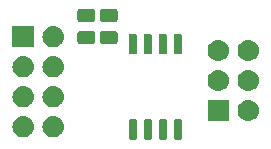
<source format=gts>
G04 #@! TF.GenerationSoftware,KiCad,Pcbnew,(5.1.4)-1*
G04 #@! TF.CreationDate,2019-11-10T12:02:18+06:00*
G04 #@! TF.ProjectId,kicad_spi_nor_opi,6b696361-645f-4737-9069-5f6e6f725f6f,rev?*
G04 #@! TF.SameCoordinates,Original*
G04 #@! TF.FileFunction,Soldermask,Top*
G04 #@! TF.FilePolarity,Negative*
%FSLAX46Y46*%
G04 Gerber Fmt 4.6, Leading zero omitted, Abs format (unit mm)*
G04 Created by KiCad (PCBNEW (5.1.4)-1) date 2019-11-10 12:02:18*
%MOMM*%
%LPD*%
G04 APERTURE LIST*
%ADD10C,1.000000*%
G04 APERTURE END LIST*
D10*
G36*
X93350928Y-115063764D02*
G01*
X93372009Y-115070160D01*
X93391445Y-115080548D01*
X93408476Y-115094524D01*
X93422452Y-115111555D01*
X93432840Y-115130991D01*
X93439236Y-115152072D01*
X93442000Y-115180140D01*
X93442000Y-116643860D01*
X93439236Y-116671928D01*
X93432840Y-116693009D01*
X93422452Y-116712445D01*
X93408476Y-116729476D01*
X93391445Y-116743452D01*
X93372009Y-116753840D01*
X93350928Y-116760236D01*
X93322860Y-116763000D01*
X92859140Y-116763000D01*
X92831072Y-116760236D01*
X92809991Y-116753840D01*
X92790555Y-116743452D01*
X92773524Y-116729476D01*
X92759548Y-116712445D01*
X92749160Y-116693009D01*
X92742764Y-116671928D01*
X92740000Y-116643860D01*
X92740000Y-115180140D01*
X92742764Y-115152072D01*
X92749160Y-115130991D01*
X92759548Y-115111555D01*
X92773524Y-115094524D01*
X92790555Y-115080548D01*
X92809991Y-115070160D01*
X92831072Y-115063764D01*
X92859140Y-115061000D01*
X93322860Y-115061000D01*
X93350928Y-115063764D01*
X93350928Y-115063764D01*
G37*
G36*
X90810928Y-115063764D02*
G01*
X90832009Y-115070160D01*
X90851445Y-115080548D01*
X90868476Y-115094524D01*
X90882452Y-115111555D01*
X90892840Y-115130991D01*
X90899236Y-115152072D01*
X90902000Y-115180140D01*
X90902000Y-116643860D01*
X90899236Y-116671928D01*
X90892840Y-116693009D01*
X90882452Y-116712445D01*
X90868476Y-116729476D01*
X90851445Y-116743452D01*
X90832009Y-116753840D01*
X90810928Y-116760236D01*
X90782860Y-116763000D01*
X90319140Y-116763000D01*
X90291072Y-116760236D01*
X90269991Y-116753840D01*
X90250555Y-116743452D01*
X90233524Y-116729476D01*
X90219548Y-116712445D01*
X90209160Y-116693009D01*
X90202764Y-116671928D01*
X90200000Y-116643860D01*
X90200000Y-115180140D01*
X90202764Y-115152072D01*
X90209160Y-115130991D01*
X90219548Y-115111555D01*
X90233524Y-115094524D01*
X90250555Y-115080548D01*
X90269991Y-115070160D01*
X90291072Y-115063764D01*
X90319140Y-115061000D01*
X90782860Y-115061000D01*
X90810928Y-115063764D01*
X90810928Y-115063764D01*
G37*
G36*
X89540928Y-115063764D02*
G01*
X89562009Y-115070160D01*
X89581445Y-115080548D01*
X89598476Y-115094524D01*
X89612452Y-115111555D01*
X89622840Y-115130991D01*
X89629236Y-115152072D01*
X89632000Y-115180140D01*
X89632000Y-116643860D01*
X89629236Y-116671928D01*
X89622840Y-116693009D01*
X89612452Y-116712445D01*
X89598476Y-116729476D01*
X89581445Y-116743452D01*
X89562009Y-116753840D01*
X89540928Y-116760236D01*
X89512860Y-116763000D01*
X89049140Y-116763000D01*
X89021072Y-116760236D01*
X88999991Y-116753840D01*
X88980555Y-116743452D01*
X88963524Y-116729476D01*
X88949548Y-116712445D01*
X88939160Y-116693009D01*
X88932764Y-116671928D01*
X88930000Y-116643860D01*
X88930000Y-115180140D01*
X88932764Y-115152072D01*
X88939160Y-115130991D01*
X88949548Y-115111555D01*
X88963524Y-115094524D01*
X88980555Y-115080548D01*
X88999991Y-115070160D01*
X89021072Y-115063764D01*
X89049140Y-115061000D01*
X89512860Y-115061000D01*
X89540928Y-115063764D01*
X89540928Y-115063764D01*
G37*
G36*
X92080928Y-115063764D02*
G01*
X92102009Y-115070160D01*
X92121445Y-115080548D01*
X92138476Y-115094524D01*
X92152452Y-115111555D01*
X92162840Y-115130991D01*
X92169236Y-115152072D01*
X92172000Y-115180140D01*
X92172000Y-116643860D01*
X92169236Y-116671928D01*
X92162840Y-116693009D01*
X92152452Y-116712445D01*
X92138476Y-116729476D01*
X92121445Y-116743452D01*
X92102009Y-116753840D01*
X92080928Y-116760236D01*
X92052860Y-116763000D01*
X91589140Y-116763000D01*
X91561072Y-116760236D01*
X91539991Y-116753840D01*
X91520555Y-116743452D01*
X91503524Y-116729476D01*
X91489548Y-116712445D01*
X91479160Y-116693009D01*
X91472764Y-116671928D01*
X91470000Y-116643860D01*
X91470000Y-115180140D01*
X91472764Y-115152072D01*
X91479160Y-115130991D01*
X91489548Y-115111555D01*
X91503524Y-115094524D01*
X91520555Y-115080548D01*
X91539991Y-115070160D01*
X91561072Y-115063764D01*
X91589140Y-115061000D01*
X92052860Y-115061000D01*
X92080928Y-115063764D01*
X92080928Y-115063764D01*
G37*
G36*
X82645203Y-114782199D02*
G01*
X82711387Y-114788717D01*
X82881226Y-114840237D01*
X83037751Y-114923902D01*
X83057593Y-114940186D01*
X83174946Y-115036494D01*
X83256970Y-115136442D01*
X83287538Y-115173689D01*
X83371203Y-115330214D01*
X83422723Y-115500053D01*
X83440119Y-115676680D01*
X83422723Y-115853307D01*
X83371203Y-116023146D01*
X83287538Y-116179671D01*
X83258208Y-116215409D01*
X83174946Y-116316866D01*
X83073489Y-116400128D01*
X83037751Y-116429458D01*
X82881226Y-116513123D01*
X82711387Y-116564643D01*
X82645202Y-116571162D01*
X82579020Y-116577680D01*
X82490500Y-116577680D01*
X82424318Y-116571162D01*
X82358133Y-116564643D01*
X82188294Y-116513123D01*
X82031769Y-116429458D01*
X81996031Y-116400128D01*
X81894574Y-116316866D01*
X81811312Y-116215409D01*
X81781982Y-116179671D01*
X81698317Y-116023146D01*
X81646797Y-115853307D01*
X81629401Y-115676680D01*
X81646797Y-115500053D01*
X81698317Y-115330214D01*
X81781982Y-115173689D01*
X81812550Y-115136442D01*
X81894574Y-115036494D01*
X82011927Y-114940186D01*
X82031769Y-114923902D01*
X82188294Y-114840237D01*
X82358133Y-114788717D01*
X82424317Y-114782199D01*
X82490500Y-114775680D01*
X82579020Y-114775680D01*
X82645203Y-114782199D01*
X82645203Y-114782199D01*
G37*
G36*
X80105203Y-114782199D02*
G01*
X80171387Y-114788717D01*
X80341226Y-114840237D01*
X80497751Y-114923902D01*
X80517593Y-114940186D01*
X80634946Y-115036494D01*
X80716970Y-115136442D01*
X80747538Y-115173689D01*
X80831203Y-115330214D01*
X80882723Y-115500053D01*
X80900119Y-115676680D01*
X80882723Y-115853307D01*
X80831203Y-116023146D01*
X80747538Y-116179671D01*
X80718208Y-116215409D01*
X80634946Y-116316866D01*
X80533489Y-116400128D01*
X80497751Y-116429458D01*
X80341226Y-116513123D01*
X80171387Y-116564643D01*
X80105202Y-116571162D01*
X80039020Y-116577680D01*
X79950500Y-116577680D01*
X79884318Y-116571162D01*
X79818133Y-116564643D01*
X79648294Y-116513123D01*
X79491769Y-116429458D01*
X79456031Y-116400128D01*
X79354574Y-116316866D01*
X79271312Y-116215409D01*
X79241982Y-116179671D01*
X79158317Y-116023146D01*
X79106797Y-115853307D01*
X79089401Y-115676680D01*
X79106797Y-115500053D01*
X79158317Y-115330214D01*
X79241982Y-115173689D01*
X79272550Y-115136442D01*
X79354574Y-115036494D01*
X79471927Y-114940186D01*
X79491769Y-114923902D01*
X79648294Y-114840237D01*
X79818133Y-114788717D01*
X79884317Y-114782199D01*
X79950500Y-114775680D01*
X80039020Y-114775680D01*
X80105203Y-114782199D01*
X80105203Y-114782199D01*
G37*
G36*
X97421000Y-115201000D02*
G01*
X95619000Y-115201000D01*
X95619000Y-113399000D01*
X97421000Y-113399000D01*
X97421000Y-115201000D01*
X97421000Y-115201000D01*
G37*
G36*
X99170443Y-113405519D02*
G01*
X99236627Y-113412037D01*
X99406466Y-113463557D01*
X99562991Y-113547222D01*
X99598729Y-113576552D01*
X99700186Y-113659814D01*
X99783448Y-113761271D01*
X99812778Y-113797009D01*
X99896443Y-113953534D01*
X99947963Y-114123373D01*
X99965359Y-114300000D01*
X99947963Y-114476627D01*
X99896443Y-114646466D01*
X99812778Y-114802991D01*
X99783448Y-114838729D01*
X99700186Y-114940186D01*
X99598729Y-115023448D01*
X99562991Y-115052778D01*
X99406466Y-115136443D01*
X99236627Y-115187963D01*
X99170442Y-115194482D01*
X99104260Y-115201000D01*
X99015740Y-115201000D01*
X98949558Y-115194482D01*
X98883373Y-115187963D01*
X98713534Y-115136443D01*
X98557009Y-115052778D01*
X98521271Y-115023448D01*
X98419814Y-114940186D01*
X98336552Y-114838729D01*
X98307222Y-114802991D01*
X98223557Y-114646466D01*
X98172037Y-114476627D01*
X98154641Y-114300000D01*
X98172037Y-114123373D01*
X98223557Y-113953534D01*
X98307222Y-113797009D01*
X98336552Y-113761271D01*
X98419814Y-113659814D01*
X98521271Y-113576552D01*
X98557009Y-113547222D01*
X98713534Y-113463557D01*
X98883373Y-113412037D01*
X98949557Y-113405519D01*
X99015740Y-113399000D01*
X99104260Y-113399000D01*
X99170443Y-113405519D01*
X99170443Y-113405519D01*
G37*
G36*
X80105203Y-112242199D02*
G01*
X80171387Y-112248717D01*
X80341226Y-112300237D01*
X80497751Y-112383902D01*
X80517593Y-112400186D01*
X80634946Y-112496494D01*
X80716970Y-112596442D01*
X80747538Y-112633689D01*
X80831203Y-112790214D01*
X80882723Y-112960053D01*
X80900119Y-113136680D01*
X80882723Y-113313307D01*
X80831203Y-113483146D01*
X80747538Y-113639671D01*
X80731007Y-113659814D01*
X80634946Y-113776866D01*
X80533489Y-113860128D01*
X80497751Y-113889458D01*
X80341226Y-113973123D01*
X80171387Y-114024643D01*
X80105202Y-114031162D01*
X80039020Y-114037680D01*
X79950500Y-114037680D01*
X79884318Y-114031162D01*
X79818133Y-114024643D01*
X79648294Y-113973123D01*
X79491769Y-113889458D01*
X79456031Y-113860128D01*
X79354574Y-113776866D01*
X79258513Y-113659814D01*
X79241982Y-113639671D01*
X79158317Y-113483146D01*
X79106797Y-113313307D01*
X79089401Y-113136680D01*
X79106797Y-112960053D01*
X79158317Y-112790214D01*
X79241982Y-112633689D01*
X79272550Y-112596442D01*
X79354574Y-112496494D01*
X79471927Y-112400186D01*
X79491769Y-112383902D01*
X79648294Y-112300237D01*
X79818133Y-112248717D01*
X79884317Y-112242199D01*
X79950500Y-112235680D01*
X80039020Y-112235680D01*
X80105203Y-112242199D01*
X80105203Y-112242199D01*
G37*
G36*
X82645203Y-112242199D02*
G01*
X82711387Y-112248717D01*
X82881226Y-112300237D01*
X83037751Y-112383902D01*
X83057593Y-112400186D01*
X83174946Y-112496494D01*
X83256970Y-112596442D01*
X83287538Y-112633689D01*
X83371203Y-112790214D01*
X83422723Y-112960053D01*
X83440119Y-113136680D01*
X83422723Y-113313307D01*
X83371203Y-113483146D01*
X83287538Y-113639671D01*
X83271007Y-113659814D01*
X83174946Y-113776866D01*
X83073489Y-113860128D01*
X83037751Y-113889458D01*
X82881226Y-113973123D01*
X82711387Y-114024643D01*
X82645202Y-114031162D01*
X82579020Y-114037680D01*
X82490500Y-114037680D01*
X82424318Y-114031162D01*
X82358133Y-114024643D01*
X82188294Y-113973123D01*
X82031769Y-113889458D01*
X81996031Y-113860128D01*
X81894574Y-113776866D01*
X81798513Y-113659814D01*
X81781982Y-113639671D01*
X81698317Y-113483146D01*
X81646797Y-113313307D01*
X81629401Y-113136680D01*
X81646797Y-112960053D01*
X81698317Y-112790214D01*
X81781982Y-112633689D01*
X81812550Y-112596442D01*
X81894574Y-112496494D01*
X82011927Y-112400186D01*
X82031769Y-112383902D01*
X82188294Y-112300237D01*
X82358133Y-112248717D01*
X82424317Y-112242199D01*
X82490500Y-112235680D01*
X82579020Y-112235680D01*
X82645203Y-112242199D01*
X82645203Y-112242199D01*
G37*
G36*
X96630442Y-110865518D02*
G01*
X96696627Y-110872037D01*
X96866466Y-110923557D01*
X97022991Y-111007222D01*
X97058729Y-111036552D01*
X97160186Y-111119814D01*
X97243448Y-111221271D01*
X97272778Y-111257009D01*
X97356443Y-111413534D01*
X97407963Y-111583373D01*
X97425359Y-111760000D01*
X97407963Y-111936627D01*
X97356443Y-112106466D01*
X97272778Y-112262991D01*
X97243448Y-112298729D01*
X97160186Y-112400186D01*
X97058729Y-112483448D01*
X97022991Y-112512778D01*
X96866466Y-112596443D01*
X96696627Y-112647963D01*
X96630442Y-112654482D01*
X96564260Y-112661000D01*
X96475740Y-112661000D01*
X96409558Y-112654482D01*
X96343373Y-112647963D01*
X96173534Y-112596443D01*
X96017009Y-112512778D01*
X95981271Y-112483448D01*
X95879814Y-112400186D01*
X95796552Y-112298729D01*
X95767222Y-112262991D01*
X95683557Y-112106466D01*
X95632037Y-111936627D01*
X95614641Y-111760000D01*
X95632037Y-111583373D01*
X95683557Y-111413534D01*
X95767222Y-111257009D01*
X95796552Y-111221271D01*
X95879814Y-111119814D01*
X95981271Y-111036552D01*
X96017009Y-111007222D01*
X96173534Y-110923557D01*
X96343373Y-110872037D01*
X96409558Y-110865518D01*
X96475740Y-110859000D01*
X96564260Y-110859000D01*
X96630442Y-110865518D01*
X96630442Y-110865518D01*
G37*
G36*
X99170442Y-110865518D02*
G01*
X99236627Y-110872037D01*
X99406466Y-110923557D01*
X99562991Y-111007222D01*
X99598729Y-111036552D01*
X99700186Y-111119814D01*
X99783448Y-111221271D01*
X99812778Y-111257009D01*
X99896443Y-111413534D01*
X99947963Y-111583373D01*
X99965359Y-111760000D01*
X99947963Y-111936627D01*
X99896443Y-112106466D01*
X99812778Y-112262991D01*
X99783448Y-112298729D01*
X99700186Y-112400186D01*
X99598729Y-112483448D01*
X99562991Y-112512778D01*
X99406466Y-112596443D01*
X99236627Y-112647963D01*
X99170442Y-112654482D01*
X99104260Y-112661000D01*
X99015740Y-112661000D01*
X98949558Y-112654482D01*
X98883373Y-112647963D01*
X98713534Y-112596443D01*
X98557009Y-112512778D01*
X98521271Y-112483448D01*
X98419814Y-112400186D01*
X98336552Y-112298729D01*
X98307222Y-112262991D01*
X98223557Y-112106466D01*
X98172037Y-111936627D01*
X98154641Y-111760000D01*
X98172037Y-111583373D01*
X98223557Y-111413534D01*
X98307222Y-111257009D01*
X98336552Y-111221271D01*
X98419814Y-111119814D01*
X98521271Y-111036552D01*
X98557009Y-111007222D01*
X98713534Y-110923557D01*
X98883373Y-110872037D01*
X98949558Y-110865518D01*
X99015740Y-110859000D01*
X99104260Y-110859000D01*
X99170442Y-110865518D01*
X99170442Y-110865518D01*
G37*
G36*
X82645202Y-109702198D02*
G01*
X82711387Y-109708717D01*
X82881226Y-109760237D01*
X83037751Y-109843902D01*
X83057593Y-109860186D01*
X83174946Y-109956494D01*
X83256970Y-110056442D01*
X83287538Y-110093689D01*
X83371203Y-110250214D01*
X83422723Y-110420053D01*
X83440119Y-110596680D01*
X83422723Y-110773307D01*
X83371203Y-110943146D01*
X83287538Y-111099671D01*
X83271007Y-111119814D01*
X83174946Y-111236866D01*
X83073489Y-111320128D01*
X83037751Y-111349458D01*
X82881226Y-111433123D01*
X82711387Y-111484643D01*
X82645203Y-111491161D01*
X82579020Y-111497680D01*
X82490500Y-111497680D01*
X82424317Y-111491161D01*
X82358133Y-111484643D01*
X82188294Y-111433123D01*
X82031769Y-111349458D01*
X81996031Y-111320128D01*
X81894574Y-111236866D01*
X81798513Y-111119814D01*
X81781982Y-111099671D01*
X81698317Y-110943146D01*
X81646797Y-110773307D01*
X81629401Y-110596680D01*
X81646797Y-110420053D01*
X81698317Y-110250214D01*
X81781982Y-110093689D01*
X81812550Y-110056442D01*
X81894574Y-109956494D01*
X82011927Y-109860186D01*
X82031769Y-109843902D01*
X82188294Y-109760237D01*
X82358133Y-109708717D01*
X82424318Y-109702198D01*
X82490500Y-109695680D01*
X82579020Y-109695680D01*
X82645202Y-109702198D01*
X82645202Y-109702198D01*
G37*
G36*
X80105202Y-109702198D02*
G01*
X80171387Y-109708717D01*
X80341226Y-109760237D01*
X80497751Y-109843902D01*
X80517593Y-109860186D01*
X80634946Y-109956494D01*
X80716970Y-110056442D01*
X80747538Y-110093689D01*
X80831203Y-110250214D01*
X80882723Y-110420053D01*
X80900119Y-110596680D01*
X80882723Y-110773307D01*
X80831203Y-110943146D01*
X80747538Y-111099671D01*
X80731007Y-111119814D01*
X80634946Y-111236866D01*
X80533489Y-111320128D01*
X80497751Y-111349458D01*
X80341226Y-111433123D01*
X80171387Y-111484643D01*
X80105203Y-111491161D01*
X80039020Y-111497680D01*
X79950500Y-111497680D01*
X79884317Y-111491161D01*
X79818133Y-111484643D01*
X79648294Y-111433123D01*
X79491769Y-111349458D01*
X79456031Y-111320128D01*
X79354574Y-111236866D01*
X79258513Y-111119814D01*
X79241982Y-111099671D01*
X79158317Y-110943146D01*
X79106797Y-110773307D01*
X79089401Y-110596680D01*
X79106797Y-110420053D01*
X79158317Y-110250214D01*
X79241982Y-110093689D01*
X79272550Y-110056442D01*
X79354574Y-109956494D01*
X79471927Y-109860186D01*
X79491769Y-109843902D01*
X79648294Y-109760237D01*
X79818133Y-109708717D01*
X79884318Y-109702198D01*
X79950500Y-109695680D01*
X80039020Y-109695680D01*
X80105202Y-109702198D01*
X80105202Y-109702198D01*
G37*
G36*
X99170443Y-108325519D02*
G01*
X99236627Y-108332037D01*
X99406466Y-108383557D01*
X99406468Y-108383558D01*
X99443114Y-108403146D01*
X99562991Y-108467222D01*
X99598729Y-108496552D01*
X99700186Y-108579814D01*
X99783448Y-108681271D01*
X99812778Y-108717009D01*
X99896443Y-108873534D01*
X99947963Y-109043373D01*
X99965359Y-109220000D01*
X99947963Y-109396627D01*
X99896443Y-109566466D01*
X99812778Y-109722991D01*
X99783448Y-109758729D01*
X99700186Y-109860186D01*
X99598729Y-109943448D01*
X99562991Y-109972778D01*
X99406466Y-110056443D01*
X99236627Y-110107963D01*
X99170443Y-110114481D01*
X99104260Y-110121000D01*
X99015740Y-110121000D01*
X98949557Y-110114481D01*
X98883373Y-110107963D01*
X98713534Y-110056443D01*
X98557009Y-109972778D01*
X98521271Y-109943448D01*
X98419814Y-109860186D01*
X98336552Y-109758729D01*
X98307222Y-109722991D01*
X98223557Y-109566466D01*
X98172037Y-109396627D01*
X98154641Y-109220000D01*
X98172037Y-109043373D01*
X98223557Y-108873534D01*
X98307222Y-108717009D01*
X98336552Y-108681271D01*
X98419814Y-108579814D01*
X98521271Y-108496552D01*
X98557009Y-108467222D01*
X98676886Y-108403146D01*
X98713532Y-108383558D01*
X98713534Y-108383557D01*
X98883373Y-108332037D01*
X98949557Y-108325519D01*
X99015740Y-108319000D01*
X99104260Y-108319000D01*
X99170443Y-108325519D01*
X99170443Y-108325519D01*
G37*
G36*
X96630443Y-108325519D02*
G01*
X96696627Y-108332037D01*
X96866466Y-108383557D01*
X96866468Y-108383558D01*
X96903114Y-108403146D01*
X97022991Y-108467222D01*
X97058729Y-108496552D01*
X97160186Y-108579814D01*
X97243448Y-108681271D01*
X97272778Y-108717009D01*
X97356443Y-108873534D01*
X97407963Y-109043373D01*
X97425359Y-109220000D01*
X97407963Y-109396627D01*
X97356443Y-109566466D01*
X97272778Y-109722991D01*
X97243448Y-109758729D01*
X97160186Y-109860186D01*
X97058729Y-109943448D01*
X97022991Y-109972778D01*
X96866466Y-110056443D01*
X96696627Y-110107963D01*
X96630443Y-110114481D01*
X96564260Y-110121000D01*
X96475740Y-110121000D01*
X96409557Y-110114481D01*
X96343373Y-110107963D01*
X96173534Y-110056443D01*
X96017009Y-109972778D01*
X95981271Y-109943448D01*
X95879814Y-109860186D01*
X95796552Y-109758729D01*
X95767222Y-109722991D01*
X95683557Y-109566466D01*
X95632037Y-109396627D01*
X95614641Y-109220000D01*
X95632037Y-109043373D01*
X95683557Y-108873534D01*
X95767222Y-108717009D01*
X95796552Y-108681271D01*
X95879814Y-108579814D01*
X95981271Y-108496552D01*
X96017009Y-108467222D01*
X96136886Y-108403146D01*
X96173532Y-108383558D01*
X96173534Y-108383557D01*
X96343373Y-108332037D01*
X96409557Y-108325519D01*
X96475740Y-108319000D01*
X96564260Y-108319000D01*
X96630443Y-108325519D01*
X96630443Y-108325519D01*
G37*
G36*
X93350928Y-107863764D02*
G01*
X93372009Y-107870160D01*
X93391445Y-107880548D01*
X93408476Y-107894524D01*
X93422452Y-107911555D01*
X93432840Y-107930991D01*
X93439236Y-107952072D01*
X93442000Y-107980140D01*
X93442000Y-109443860D01*
X93439236Y-109471928D01*
X93432840Y-109493009D01*
X93422452Y-109512445D01*
X93408476Y-109529476D01*
X93391445Y-109543452D01*
X93372009Y-109553840D01*
X93350928Y-109560236D01*
X93322860Y-109563000D01*
X92859140Y-109563000D01*
X92831072Y-109560236D01*
X92809991Y-109553840D01*
X92790555Y-109543452D01*
X92773524Y-109529476D01*
X92759548Y-109512445D01*
X92749160Y-109493009D01*
X92742764Y-109471928D01*
X92740000Y-109443860D01*
X92740000Y-107980140D01*
X92742764Y-107952072D01*
X92749160Y-107930991D01*
X92759548Y-107911555D01*
X92773524Y-107894524D01*
X92790555Y-107880548D01*
X92809991Y-107870160D01*
X92831072Y-107863764D01*
X92859140Y-107861000D01*
X93322860Y-107861000D01*
X93350928Y-107863764D01*
X93350928Y-107863764D01*
G37*
G36*
X92080928Y-107863764D02*
G01*
X92102009Y-107870160D01*
X92121445Y-107880548D01*
X92138476Y-107894524D01*
X92152452Y-107911555D01*
X92162840Y-107930991D01*
X92169236Y-107952072D01*
X92172000Y-107980140D01*
X92172000Y-109443860D01*
X92169236Y-109471928D01*
X92162840Y-109493009D01*
X92152452Y-109512445D01*
X92138476Y-109529476D01*
X92121445Y-109543452D01*
X92102009Y-109553840D01*
X92080928Y-109560236D01*
X92052860Y-109563000D01*
X91589140Y-109563000D01*
X91561072Y-109560236D01*
X91539991Y-109553840D01*
X91520555Y-109543452D01*
X91503524Y-109529476D01*
X91489548Y-109512445D01*
X91479160Y-109493009D01*
X91472764Y-109471928D01*
X91470000Y-109443860D01*
X91470000Y-107980140D01*
X91472764Y-107952072D01*
X91479160Y-107930991D01*
X91489548Y-107911555D01*
X91503524Y-107894524D01*
X91520555Y-107880548D01*
X91539991Y-107870160D01*
X91561072Y-107863764D01*
X91589140Y-107861000D01*
X92052860Y-107861000D01*
X92080928Y-107863764D01*
X92080928Y-107863764D01*
G37*
G36*
X90810928Y-107863764D02*
G01*
X90832009Y-107870160D01*
X90851445Y-107880548D01*
X90868476Y-107894524D01*
X90882452Y-107911555D01*
X90892840Y-107930991D01*
X90899236Y-107952072D01*
X90902000Y-107980140D01*
X90902000Y-109443860D01*
X90899236Y-109471928D01*
X90892840Y-109493009D01*
X90882452Y-109512445D01*
X90868476Y-109529476D01*
X90851445Y-109543452D01*
X90832009Y-109553840D01*
X90810928Y-109560236D01*
X90782860Y-109563000D01*
X90319140Y-109563000D01*
X90291072Y-109560236D01*
X90269991Y-109553840D01*
X90250555Y-109543452D01*
X90233524Y-109529476D01*
X90219548Y-109512445D01*
X90209160Y-109493009D01*
X90202764Y-109471928D01*
X90200000Y-109443860D01*
X90200000Y-107980140D01*
X90202764Y-107952072D01*
X90209160Y-107930991D01*
X90219548Y-107911555D01*
X90233524Y-107894524D01*
X90250555Y-107880548D01*
X90269991Y-107870160D01*
X90291072Y-107863764D01*
X90319140Y-107861000D01*
X90782860Y-107861000D01*
X90810928Y-107863764D01*
X90810928Y-107863764D01*
G37*
G36*
X89540928Y-107863764D02*
G01*
X89562009Y-107870160D01*
X89581445Y-107880548D01*
X89598476Y-107894524D01*
X89612452Y-107911555D01*
X89622840Y-107930991D01*
X89629236Y-107952072D01*
X89632000Y-107980140D01*
X89632000Y-109443860D01*
X89629236Y-109471928D01*
X89622840Y-109493009D01*
X89612452Y-109512445D01*
X89598476Y-109529476D01*
X89581445Y-109543452D01*
X89562009Y-109553840D01*
X89540928Y-109560236D01*
X89512860Y-109563000D01*
X89049140Y-109563000D01*
X89021072Y-109560236D01*
X88999991Y-109553840D01*
X88980555Y-109543452D01*
X88963524Y-109529476D01*
X88949548Y-109512445D01*
X88939160Y-109493009D01*
X88932764Y-109471928D01*
X88930000Y-109443860D01*
X88930000Y-107980140D01*
X88932764Y-107952072D01*
X88939160Y-107930991D01*
X88949548Y-107911555D01*
X88963524Y-107894524D01*
X88980555Y-107880548D01*
X88999991Y-107870160D01*
X89021072Y-107863764D01*
X89049140Y-107861000D01*
X89512860Y-107861000D01*
X89540928Y-107863764D01*
X89540928Y-107863764D01*
G37*
G36*
X80895760Y-108957680D02*
G01*
X79093760Y-108957680D01*
X79093760Y-107155680D01*
X80895760Y-107155680D01*
X80895760Y-108957680D01*
X80895760Y-108957680D01*
G37*
G36*
X82645203Y-107162199D02*
G01*
X82711387Y-107168717D01*
X82881226Y-107220237D01*
X83037751Y-107303902D01*
X83073489Y-107333232D01*
X83174946Y-107416494D01*
X83258208Y-107517951D01*
X83287538Y-107553689D01*
X83371203Y-107710214D01*
X83422723Y-107880053D01*
X83440119Y-108056680D01*
X83422723Y-108233307D01*
X83371203Y-108403146D01*
X83287538Y-108559671D01*
X83271007Y-108579814D01*
X83174946Y-108696866D01*
X83073489Y-108780128D01*
X83037751Y-108809458D01*
X82881226Y-108893123D01*
X82711387Y-108944643D01*
X82645203Y-108951161D01*
X82579020Y-108957680D01*
X82490500Y-108957680D01*
X82424317Y-108951161D01*
X82358133Y-108944643D01*
X82188294Y-108893123D01*
X82031769Y-108809458D01*
X81996031Y-108780128D01*
X81894574Y-108696866D01*
X81798513Y-108579814D01*
X81781982Y-108559671D01*
X81698317Y-108403146D01*
X81646797Y-108233307D01*
X81629401Y-108056680D01*
X81646797Y-107880053D01*
X81698317Y-107710214D01*
X81781982Y-107553689D01*
X81811312Y-107517951D01*
X81894574Y-107416494D01*
X81996031Y-107333232D01*
X82031769Y-107303902D01*
X82188294Y-107220237D01*
X82358133Y-107168717D01*
X82424317Y-107162199D01*
X82490500Y-107155680D01*
X82579020Y-107155680D01*
X82645203Y-107162199D01*
X82645203Y-107162199D01*
G37*
G36*
X87833468Y-107591565D02*
G01*
X87872138Y-107603296D01*
X87907777Y-107622346D01*
X87939017Y-107647983D01*
X87964654Y-107679223D01*
X87983704Y-107714862D01*
X87995435Y-107753532D01*
X88000000Y-107799888D01*
X88000000Y-108451112D01*
X87995435Y-108497468D01*
X87983704Y-108536138D01*
X87964654Y-108571777D01*
X87939017Y-108603017D01*
X87907777Y-108628654D01*
X87872138Y-108647704D01*
X87833468Y-108659435D01*
X87787112Y-108664000D01*
X86710888Y-108664000D01*
X86664532Y-108659435D01*
X86625862Y-108647704D01*
X86590223Y-108628654D01*
X86558983Y-108603017D01*
X86533346Y-108571777D01*
X86514296Y-108536138D01*
X86502565Y-108497468D01*
X86498000Y-108451112D01*
X86498000Y-107799888D01*
X86502565Y-107753532D01*
X86514296Y-107714862D01*
X86533346Y-107679223D01*
X86558983Y-107647983D01*
X86590223Y-107622346D01*
X86625862Y-107603296D01*
X86664532Y-107591565D01*
X86710888Y-107587000D01*
X87787112Y-107587000D01*
X87833468Y-107591565D01*
X87833468Y-107591565D01*
G37*
G36*
X85928468Y-107591565D02*
G01*
X85967138Y-107603296D01*
X86002777Y-107622346D01*
X86034017Y-107647983D01*
X86059654Y-107679223D01*
X86078704Y-107714862D01*
X86090435Y-107753532D01*
X86095000Y-107799888D01*
X86095000Y-108451112D01*
X86090435Y-108497468D01*
X86078704Y-108536138D01*
X86059654Y-108571777D01*
X86034017Y-108603017D01*
X86002777Y-108628654D01*
X85967138Y-108647704D01*
X85928468Y-108659435D01*
X85882112Y-108664000D01*
X84805888Y-108664000D01*
X84759532Y-108659435D01*
X84720862Y-108647704D01*
X84685223Y-108628654D01*
X84653983Y-108603017D01*
X84628346Y-108571777D01*
X84609296Y-108536138D01*
X84597565Y-108497468D01*
X84593000Y-108451112D01*
X84593000Y-107799888D01*
X84597565Y-107753532D01*
X84609296Y-107714862D01*
X84628346Y-107679223D01*
X84653983Y-107647983D01*
X84685223Y-107622346D01*
X84720862Y-107603296D01*
X84759532Y-107591565D01*
X84805888Y-107587000D01*
X85882112Y-107587000D01*
X85928468Y-107591565D01*
X85928468Y-107591565D01*
G37*
G36*
X87833468Y-105716565D02*
G01*
X87872138Y-105728296D01*
X87907777Y-105747346D01*
X87939017Y-105772983D01*
X87964654Y-105804223D01*
X87983704Y-105839862D01*
X87995435Y-105878532D01*
X88000000Y-105924888D01*
X88000000Y-106576112D01*
X87995435Y-106622468D01*
X87983704Y-106661138D01*
X87964654Y-106696777D01*
X87939017Y-106728017D01*
X87907777Y-106753654D01*
X87872138Y-106772704D01*
X87833468Y-106784435D01*
X87787112Y-106789000D01*
X86710888Y-106789000D01*
X86664532Y-106784435D01*
X86625862Y-106772704D01*
X86590223Y-106753654D01*
X86558983Y-106728017D01*
X86533346Y-106696777D01*
X86514296Y-106661138D01*
X86502565Y-106622468D01*
X86498000Y-106576112D01*
X86498000Y-105924888D01*
X86502565Y-105878532D01*
X86514296Y-105839862D01*
X86533346Y-105804223D01*
X86558983Y-105772983D01*
X86590223Y-105747346D01*
X86625862Y-105728296D01*
X86664532Y-105716565D01*
X86710888Y-105712000D01*
X87787112Y-105712000D01*
X87833468Y-105716565D01*
X87833468Y-105716565D01*
G37*
G36*
X85928468Y-105716565D02*
G01*
X85967138Y-105728296D01*
X86002777Y-105747346D01*
X86034017Y-105772983D01*
X86059654Y-105804223D01*
X86078704Y-105839862D01*
X86090435Y-105878532D01*
X86095000Y-105924888D01*
X86095000Y-106576112D01*
X86090435Y-106622468D01*
X86078704Y-106661138D01*
X86059654Y-106696777D01*
X86034017Y-106728017D01*
X86002777Y-106753654D01*
X85967138Y-106772704D01*
X85928468Y-106784435D01*
X85882112Y-106789000D01*
X84805888Y-106789000D01*
X84759532Y-106784435D01*
X84720862Y-106772704D01*
X84685223Y-106753654D01*
X84653983Y-106728017D01*
X84628346Y-106696777D01*
X84609296Y-106661138D01*
X84597565Y-106622468D01*
X84593000Y-106576112D01*
X84593000Y-105924888D01*
X84597565Y-105878532D01*
X84609296Y-105839862D01*
X84628346Y-105804223D01*
X84653983Y-105772983D01*
X84685223Y-105747346D01*
X84720862Y-105728296D01*
X84759532Y-105716565D01*
X84805888Y-105712000D01*
X85882112Y-105712000D01*
X85928468Y-105716565D01*
X85928468Y-105716565D01*
G37*
M02*

</source>
